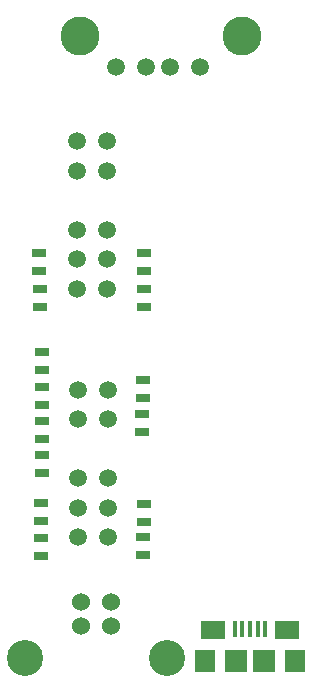
<source format=gts>
%FSLAX34Y34*%
G04 Gerber Fmt 3.4, Leading zero omitted, Abs format*
G04 (created by PCBNEW (2014-03-19 BZR 4756)-product) date Fri 12 Sep 2014 09:38:09 AM EDT*
%MOIN*%
G01*
G70*
G90*
G04 APERTURE LIST*
%ADD10C,0.005906*%
%ADD11R,0.074700X0.074700*%
%ADD12R,0.074800X0.074700*%
%ADD13R,0.070700X0.074700*%
%ADD14R,0.082500X0.062900*%
%ADD15R,0.015700X0.053000*%
%ADD16C,0.060000*%
%ADD17C,0.120000*%
%ADD18C,0.059100*%
%ADD19C,0.130000*%
%ADD20C,0.059055*%
%ADD21R,0.045000X0.025000*%
G04 APERTURE END LIST*
G54D10*
G54D11*
X61138Y-48600D03*
G54D12*
X62082Y-48600D03*
G54D13*
X63106Y-48600D03*
G54D14*
X60390Y-47596D03*
G54D15*
X61099Y-47546D03*
X61355Y-47546D03*
X61610Y-47546D03*
X61865Y-47546D03*
X62121Y-47546D03*
G54D14*
X62830Y-47596D03*
G54D13*
X60114Y-48600D03*
G54D16*
X56990Y-46650D03*
X55990Y-46650D03*
X55990Y-47437D03*
X56990Y-47437D03*
G54D17*
X58852Y-48500D03*
X54128Y-48500D03*
G54D18*
X57160Y-28830D03*
X58160Y-28830D03*
X58960Y-28830D03*
X59960Y-28830D03*
G54D19*
X55960Y-27780D03*
X61360Y-27780D03*
G54D20*
X56875Y-42530D03*
X55894Y-42530D03*
X56875Y-43514D03*
X55894Y-43514D03*
X56875Y-44498D03*
X55894Y-44498D03*
X56875Y-40561D03*
X55894Y-40561D03*
X56875Y-39577D03*
X55894Y-39577D03*
G54D21*
X58030Y-39250D03*
X58030Y-39850D03*
X58020Y-40390D03*
X58020Y-40990D03*
X54680Y-40620D03*
X54680Y-41220D03*
X54680Y-41740D03*
X54680Y-42340D03*
X54680Y-40070D03*
X54680Y-39470D03*
X54680Y-38910D03*
X54680Y-38310D03*
X58070Y-43370D03*
X58070Y-43970D03*
X58060Y-44490D03*
X58060Y-45090D03*
X54660Y-43350D03*
X54660Y-43950D03*
X54660Y-44500D03*
X54660Y-45100D03*
X58075Y-36805D03*
X58075Y-36205D03*
X58085Y-35615D03*
X58085Y-35015D03*
X54610Y-36800D03*
X54610Y-36200D03*
X54590Y-35610D03*
X54590Y-35010D03*
G54D20*
X56840Y-34240D03*
X55859Y-34240D03*
X56840Y-35224D03*
X55859Y-35224D03*
X56840Y-36208D03*
X55859Y-36208D03*
X56840Y-32271D03*
X55859Y-32271D03*
X56840Y-31287D03*
X55859Y-31287D03*
M02*

</source>
